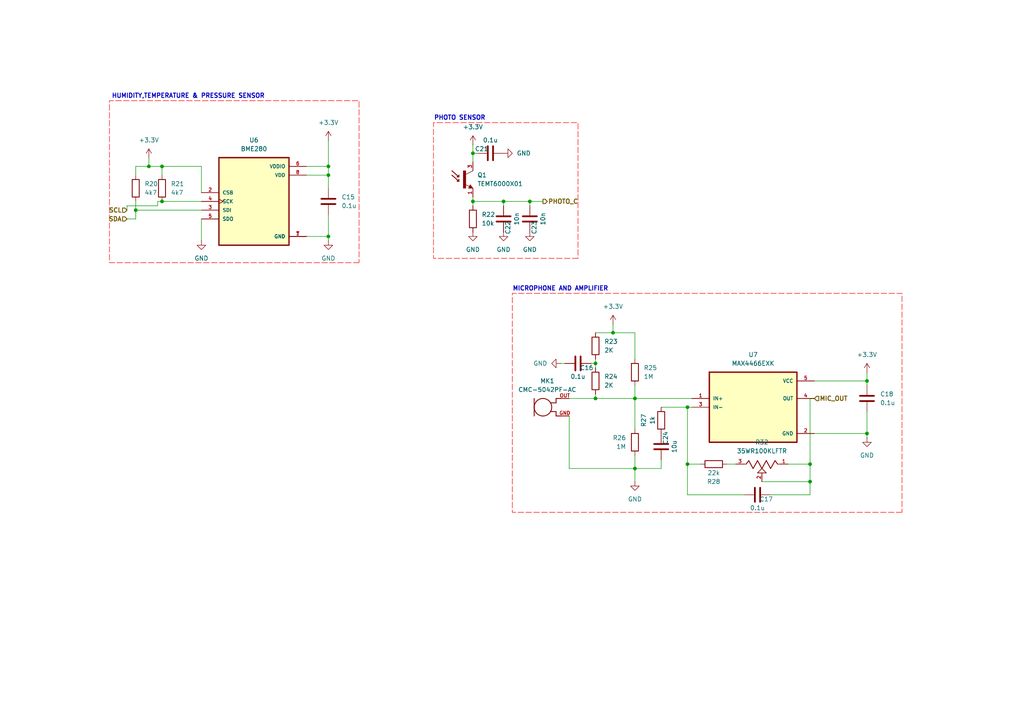
<source format=kicad_sch>
(kicad_sch (version 20250114) (generator "eeschema") (generator_version "9.0")
  (paper "A4")
  (lib_symbols
    (symbol "35WR100KLFTR:35WR100KLFTR" (pin_names (offset 1.016))
      (property "Reference" "R" (at -5.08 5.08 0))
      (property "Value" "35WR100KLFTR" (at -5.08 2.54 0))
      (symbol "35WR100KLFTR_0_0"
        (polyline (pts (xy -5.08 0) (xy -4.572 0)) (stroke (width 0.1524)))
        (polyline (pts (xy -4.572 0) (xy -3.81 1.016)) (stroke (width 0.254)))
        (polyline (pts (xy -3.81 1.016) (xy -2.54 -1.27)) (stroke (width 0.254)))
        (polyline (pts (xy -2.54 -1.27) (xy -1.27 1.016)) (stroke (width 0.254)))
        (polyline (pts (xy -1.27 1.016) (xy 0 -1.27)) (stroke (width 0.254)))
        (polyline (pts (xy -1.27 -2.54) (xy 0 -1.27)) (stroke (width 0.2032)))
        (polyline (pts (xy 0 -1.27) (xy 1.27 1.016)) (stroke (width 0.254)))
        (polyline (pts (xy 0 -1.27) (xy 1.27 -2.54)) (stroke (width 0.2032)))
        (polyline (pts (xy 1.27 1.016) (xy 2.54 -1.27)) (stroke (width 0.254)))
        (polyline (pts (xy 1.27 -2.54) (xy -1.27 -2.54)) (stroke (width 0.2032)))
        (polyline (pts (xy 2.54 -1.27) (xy 3.81 1.016)) (stroke (width 0.254)))
        (polyline (pts (xy 3.81 1.016) (xy 4.572 0)) (stroke (width 0.254)))
        (polyline (pts (xy 4.572 0) (xy 5.08 0)) (stroke (width 0.1524)))
        (pin passive line (at -7.62 0 0) (length 2.54) (name "~") (number "1"))
        (pin passive line (at 0 -5.08 90) (length 2.54) (name "~") (number "2"))
        (pin passive line (at 7.62 0 180) (length 2.54) (name "~") (number "3"))
      )
    )
    (symbol "BME280:BME280" (pin_names (offset 1.016))
      (property "Reference" "U" (at -10.1662 13.3431 0))
      (property "Value" "BME280" (at -10.1683 -15.2524 0))
      (symbol "BME280_0_0"
        (rectangle (start -10.16 -12.7) (end 10.16 12.7) (stroke (width 0.4064)) (fill (type background)))
        (pin input line (at -15.24 2.54 0) (length 5.08) (name "CSB") (number "2"))
        (pin input clock (at -15.24 0 0) (length 5.08) (name "SCK") (number "4"))
        (pin bidirectional line (at -15.24 -2.54 0) (length 5.08) (name "SDI") (number "3"))
        (pin bidirectional line (at -15.24 -5.08 0) (length 5.08) (name "SDO") (number "5"))
        (pin power_in line (at 15.24 10.16 180) (length 5.08) (name "VDDIO") (number "6"))
        (pin power_in line (at 15.24 7.62 180) (length 5.08) (name "VDD") (number "8"))
        (pin power_in line (at 15.24 -10.16 180) (length 5.08) (name "GND") (number "1"))
        (pin power_in line (at 15.24 -10.16 180) (length 5.08) (name "GND") (number "7"))
      )
    )
    (symbol "CMC-5042PF-AC:CMC-5042PF-AC" (pin_names (offset 1.016))
      (property "Reference" "MK" (at -2.5424 5.0848 0))
      (property "Value" "CMC-5042PF-AC" (at -2.5442 -6.3606 0))
      (symbol "CMC-5042PF-AC_0_0"
        (polyline (pts (xy -2.54 2.54) (xy -2.54 -2.54)) (stroke (width 0.254)))
        (circle (center 0 0) (radius 2.54) (stroke (width 0.254)))
        (polyline (pts (xy 3.81 2.54) (xy 3.81 1.27)) (stroke (width 0.254)))
        (polyline (pts (xy 3.81 1.27) (xy 2.2352 1.27)) (stroke (width 0.254)))
        (polyline (pts (xy 3.81 -1.27) (xy 2.2352 -1.27)) (stroke (width 0.254)))
        (polyline (pts (xy 3.81 -2.54) (xy 3.81 -1.27)) (stroke (width 0.254)))
        (polyline (pts (xy 5.08 2.54) (xy 3.81 2.54)) (stroke (width 0.254)))
        (polyline (pts (xy 5.08 -2.54) (xy 3.81 -2.54)) (stroke (width 0.254)))
        (pin output line (at 7.62 2.54 180) (length 2.54) (name "~") (number "OUT"))
        (pin power_in line (at 7.62 -2.54 180) (length 2.54) (name "~") (number "GND"))
      )
    )
    (symbol "Device:C" (pin_numbers (hide yes)) (pin_names (offset 0.254))
      (property "Reference" "C" (at 0.635 2.54 0))
      (property "Value" "C" (at 0.635 -2.54 0))
      (symbol "C_0_1"
        (polyline (pts (xy -2.032 0.762) (xy 2.032 0.762)) (stroke (width 0.508)))
        (polyline (pts (xy -2.032 -0.762) (xy 2.032 -0.762)) (stroke (width 0.508)))
      )
      (symbol "C_1_1"
        (pin passive line (at 0 3.81 270) (length 2.794) (name "~") (number "1"))
        (pin passive line (at 0 -3.81 90) (length 2.794) (name "~") (number "2"))
      )
    )
    (symbol "Device:R" (pin_numbers (hide yes)) (pin_names (offset 0))
      (property "Reference" "R" (at 2.032 0 90))
      (property "Value" "R" (at 0 0 90))
      (symbol "R_0_1"
        (rectangle (start -1.016 -2.54) (end 1.016 2.54) (stroke (width 0.254)))
      )
      (symbol "R_1_1"
        (pin passive line (at 0 3.81 270) (length 1.27) (name "~") (number "1"))
        (pin passive line (at 0 -3.81 90) (length 1.27) (name "~") (number "2"))
      )
    )
    (symbol "MAX4466EXK:MAX4466EXK" (pin_names (offset 1.016))
      (property "Reference" "U" (at -12.7 11.16 0))
      (property "Value" "MAX4466EXK" (at -12.7 -14.16 0))
      (symbol "MAX4466EXK_0_0"
        (rectangle (start -12.7 -10.16) (end 12.7 10.16) (stroke (width 0.41)) (fill (type background)))
        (pin input line (at -17.78 2.54 0) (length 5.08) (name "IN+") (number "1"))
        (pin input line (at -17.78 0 0) (length 5.08) (name "IN-") (number "3"))
        (pin power_in line (at 17.78 7.62 180) (length 5.08) (name "VCC") (number "5"))
        (pin output line (at 17.78 2.54 180) (length 5.08) (name "OUT") (number "4"))
        (pin power_in line (at 17.78 -7.62 180) (length 5.08) (name "GND") (number "2"))
      )
    )
    (symbol "TEMT6000X01:TEMT6000X01" (pin_names (offset 1.016))
      (property "Reference" "Q" (at 5.0999 0 0))
      (property "Value" "TEMT6000X01" (at 5.0887 -2.5444 0))
      (symbol "TEMT6000X01_0_0"
        (polyline (pts (xy -3.556 2.54) (xy -1.524 0.762)) (stroke (width 0.254)))
        (polyline (pts (xy -3.556 1.27) (xy -1.524 -0.508)) (stroke (width 0.254)))
        (polyline (pts (xy -2.032 0.762) (xy -1.524 1.27)) (stroke (width 0.254)))
        (polyline (pts (xy -2.032 -0.508) (xy -1.524 0)) (stroke (width 0.254)))
        (polyline (pts (xy -1.524 1.27) (xy -1.524 0.762)) (stroke (width 0.254)))
        (polyline (pts (xy -1.524 0.762) (xy -2.032 0.762)) (stroke (width 0.254)))
        (polyline (pts (xy -1.524 0) (xy -1.524 -0.508)) (stroke (width 0.254)))
        (polyline (pts (xy -1.524 -0.508) (xy -2.032 -0.508)) (stroke (width 0.254)))
        (rectangle (start -0.2547 -2.5468) (end 0.508 2.54) (stroke (width 0.1)) (fill (type outline)))
        (polyline (pts (xy 1.27 -2.54) (xy 1.778 -1.524)) (stroke (width 0.1524)))
        (polyline (pts (xy 1.524 -2.286) (xy 1.905 -2.286)) (stroke (width 0.254)))
        (polyline (pts (xy 1.524 -2.413) (xy 2.286 -2.413)) (stroke (width 0.254)))
        (polyline (pts (xy 1.54 -2.04) (xy 0.308 -1.424)) (stroke (width 0.1524)))
        (polyline (pts (xy 1.778 -1.524) (xy 2.54 -2.54)) (stroke (width 0.1524)))
        (polyline (pts (xy 1.778 -1.778) (xy 1.524 -2.286)) (stroke (width 0.254)))
        (polyline (pts (xy 1.905 -2.286) (xy 1.778 -2.032)) (stroke (width 0.254)))
        (polyline (pts (xy 2.286 -2.413) (xy 1.778 -1.778)) (stroke (width 0.254)))
        (polyline (pts (xy 2.54 2.54) (xy 0.508 1.524)) (stroke (width 0.1524)))
        (polyline (pts (xy 2.54 -2.54) (xy 1.27 -2.54)) (stroke (width 0.1524)))
        (pin passive line (at 2.54 5.08 270) (length 2.54) (name "~") (number "3"))
        (pin passive line (at 2.54 -5.08 90) (length 2.54) (name "~") (number "1"))
      )
    )
    (symbol "power:+3.3V" (power) (pin_numbers (hide yes)) (pin_names (offset 0) (hide yes))
      (property "Value" "+3.3V" (at 0 3.556 0))
      (symbol "+3.3V_0_1"
        (polyline (pts (xy -0.762 1.27) (xy 0 2.54)))
        (polyline (pts (xy 0 2.54) (xy 0.762 1.27)))
        (polyline (pts (xy 0 0) (xy 0 2.54)))
      )
      (symbol "+3.3V_1_1"
        (pin power_in line (at 0 0 90) (length 0) (name "~") (number "1"))
      )
    )
    (symbol "power:GND" (power) (pin_numbers (hide yes)) (pin_names (offset 0) (hide yes))
      (property "Value" "GND" (at 0 -3.81 0))
      (symbol "GND_0_1"
        (polyline (pts (xy 0 0) (xy 0 -1.27) (xy 1.27 -1.27) (xy 0 -2.54) (xy -1.27 -1.27) (xy 0 -1.27)))
      )
      (symbol "GND_1_1"
        (pin power_in line (at 0 0 270) (length 0) (name "~") (number "1"))
      )
    )
  )
  (text "MICROPHONE AND AMPLIFIER" (at 162.56 83.82 0) (effects (font (size 1.27 1.27) (thickness 0.254) (bold yes))))
  (text "HUMIDITY,TEMPERATURE & PRESSURE SENSOR" (at 54.61 27.94 0) (effects (font (size 1.27 1.27) (thickness 0.254) (bold yes))))
  (text "PHOTO SENSOR" (at 133.35 34.29 0) (effects (font (size 1.27 1.27) (thickness 0.254) (bold yes))))
  (junction (at 95.25 50.8))
  (junction (at 199.39 118.11))
  (junction (at 95.25 48.26))
  (junction (at 234.95 134.62))
  (junction (at 234.95 139.7))
  (junction (at 184.15 135.89))
  (junction (at 172.72 115.57))
  (junction (at 46.99 58.42))
  (junction (at 137.16 58.42))
  (junction (at 153.67 58.42))
  (junction (at 184.15 115.57))
  (junction (at 199.39 134.62))
  (junction (at 251.46 110.49))
  (junction (at 39.37 60.96))
  (junction (at 172.72 105.41))
  (junction (at 43.18 48.26))
  (junction (at 137.16 44.45))
  (junction (at 46.99 48.26))
  (junction (at 95.25 68.58))
  (junction (at 177.8 96.52))
  (junction (at 146.05 58.42))
  (junction (at 251.46 125.73))
  (wire (pts (xy 234.95 143.51) (xy 234.95 139.7)))
  (wire (pts (xy 146.05 58.42) (xy 146.05 59.69)))
  (wire (pts (xy 199.39 143.51) (xy 199.39 134.62)))
  (wire (pts (xy 236.22 110.49) (xy 251.46 110.49)))
  (wire (pts (xy 171.45 105.41) (xy 172.72 105.41)))
  (wire (pts (xy 46.99 48.26) (xy 46.99 50.8)))
  (wire (pts (xy 45.72 59.69) (xy 45.72 58.42)))
  (wire (pts (xy 88.9 50.8) (xy 95.25 50.8)))
  (wire (pts (xy 36.83 59.69) (xy 45.72 59.69)))
  (wire (pts (xy 137.16 57.15) (xy 137.16 58.42)))
  (wire (pts (xy 39.37 58.42) (xy 39.37 60.96)))
  (wire (pts (xy 58.42 48.26) (xy 46.99 48.26)))
  (wire (pts (xy 39.37 60.96) (xy 58.42 60.96)))
  (wire (pts (xy 199.39 118.11) (xy 199.39 134.62)))
  (wire (pts (xy 184.15 115.57) (xy 200.66 115.57)))
  (wire (pts (xy 236.22 125.73) (xy 251.46 125.73)))
  (wire (pts (xy 199.39 118.11) (xy 200.66 118.11)))
  (wire (pts (xy 177.8 93.98) (xy 177.8 96.52)))
  (wire (pts (xy 184.15 115.57) (xy 184.15 124.46)))
  (wire (pts (xy 191.77 135.89) (xy 184.15 135.89)))
  (wire (pts (xy 95.25 48.26) (xy 95.25 50.8)))
  (wire (pts (xy 184.15 135.89) (xy 165.1 135.89)))
  (wire (pts (xy 251.46 110.49) (xy 251.46 111.76)))
  (wire (pts (xy 43.18 45.72) (xy 43.18 48.26)))
  (wire (pts (xy 251.46 119.38) (xy 251.46 125.73)))
  (wire (pts (xy 165.1 135.89) (xy 165.1 120.65)))
  (wire (pts (xy 153.67 58.42) (xy 153.67 59.69)))
  (wire (pts (xy 137.16 41.91) (xy 137.16 44.45)))
  (wire (pts (xy 220.98 139.7) (xy 234.95 139.7)))
  (wire (pts (xy 58.42 55.88) (xy 58.42 48.26)))
  (wire (pts (xy 36.83 63.5) (xy 39.37 63.5)))
  (wire (pts (xy 210.82 134.62) (xy 213.36 134.62)))
  (wire (pts (xy 45.72 58.42) (xy 46.99 58.42)))
  (wire (pts (xy 184.15 96.52) (xy 184.15 104.14)))
  (wire (pts (xy 184.15 132.08) (xy 184.15 135.89)))
  (wire (pts (xy 191.77 133.35) (xy 191.77 135.89)))
  (wire (pts (xy 223.52 143.51) (xy 234.95 143.51)))
  (wire (pts (xy 191.77 118.11) (xy 199.39 118.11)))
  (wire (pts (xy 177.8 96.52) (xy 184.15 96.52)))
  (wire (pts (xy 172.72 104.14) (xy 172.72 105.41)))
  (wire (pts (xy 58.42 63.5) (xy 58.42 69.85)))
  (wire (pts (xy 95.25 62.23) (xy 95.25 68.58)))
  (wire (pts (xy 88.9 68.58) (xy 95.25 68.58)))
  (wire (pts (xy 215.9 143.51) (xy 199.39 143.51)))
  (wire (pts (xy 228.6 134.62) (xy 234.95 134.62)))
  (wire (pts (xy 39.37 63.5) (xy 39.37 60.96)))
  (wire (pts (xy 234.95 139.7) (xy 234.95 134.62)))
  (wire (pts (xy 234.95 134.62) (xy 234.95 115.57)))
  (wire (pts (xy 36.83 60.96) (xy 36.83 59.69)))
  (wire (pts (xy 46.99 58.42) (xy 58.42 58.42)))
  (wire (pts (xy 137.16 44.45) (xy 137.16 46.99)))
  (wire (pts (xy 95.25 68.58) (xy 95.25 69.85)))
  (wire (pts (xy 137.16 44.45) (xy 138.43 44.45)))
  (wire (pts (xy 95.25 40.64) (xy 95.25 48.26)))
  (wire (pts (xy 172.72 115.57) (xy 184.15 115.57)))
  (wire (pts (xy 162.56 105.41) (xy 163.83 105.41)))
  (wire (pts (xy 199.39 134.62) (xy 203.2 134.62)))
  (wire (pts (xy 137.16 58.42) (xy 137.16 59.69)))
  (wire (pts (xy 39.37 48.26) (xy 43.18 48.26)))
  (wire (pts (xy 251.46 107.95) (xy 251.46 110.49)))
  (wire (pts (xy 95.25 50.8) (xy 95.25 54.61)))
  (wire (pts (xy 43.18 48.26) (xy 46.99 48.26)))
  (wire (pts (xy 184.15 111.76) (xy 184.15 115.57)))
  (wire (pts (xy 153.67 58.42) (xy 157.48 58.42)))
  (wire (pts (xy 184.15 139.7) (xy 184.15 135.89)))
  (wire (pts (xy 172.72 96.52) (xy 177.8 96.52)))
  (wire (pts (xy 137.16 58.42) (xy 146.05 58.42)))
  (wire (pts (xy 234.95 115.57) (xy 236.22 115.57)))
  (wire (pts (xy 251.46 125.73) (xy 251.46 127)))
  (wire (pts (xy 172.72 105.41) (xy 172.72 106.68)))
  (wire (pts (xy 146.05 58.42) (xy 153.67 58.42)))
  (wire (pts (xy 165.1 115.57) (xy 172.72 115.57)))
  (wire (pts (xy 88.9 48.26) (xy 95.25 48.26)))
  (wire (pts (xy 39.37 50.8) (xy 39.37 48.26)))
  (wire (pts (xy 172.72 114.3) (xy 172.72 115.57)))
  (hierarchical_label "PHOTO_C" (shape output) (at 157.48 58.42 0) (effects (font (thickness 0.254) (bold yes))))
  (hierarchical_label "MIC_OUT" (shape input) (at 236.22 115.57 0) (effects (font (thickness 0.254) (bold yes))))
  (hierarchical_label "SCL" (shape input) (at 36.83 60.96 180) (effects (font (thickness 0.254) (bold yes))))
  (hierarchical_label "SDA" (shape input) (at 36.83 63.5 180) (effects (font (thickness 0.254) (bold yes))))
  (rule_area (polyline (pts (xy 167.64 74.93) (xy 125.73 74.93) (xy 125.73 35.56) (xy 167.64 35.56)) (stroke (width 0) (type dash))))
  (rule_area (polyline (pts (xy 104.14 76.2) (xy 31.75 76.2) (xy 31.75 29.21) (xy 104.14 29.21)) (stroke (width 0) (type dash))))
  (rule_area (polyline (pts (xy 261.62 148.59) (xy 148.59 148.59) (xy 148.59 85.09) (xy 261.62 85.09)) (stroke (width 0) (type dash))))
  (symbol (lib_id "Device:C") (at 142.24 44.45 270) (unit 1)
    (property "Reference" "C21" (at 139.7 43.18 90))
    (property "Value" "0.1u" (at 142.24 40.64 90))
    (property "Footprint" "Capacitor_SMD:C_0805_2012Metric" (effects (hide yes)))
    (property "Description" "Unpolarized capacitor" (effects (hide yes)))
  )
  (symbol (lib_id "Device:C") (at 219.71 143.51 90) (unit 1)
    (property "Reference" "C17" (at 222.25 144.78 90))
    (property "Value" "0.1u" (at 219.71 147.32 90))
    (property "Footprint" "Capacitor_SMD:C_0805_2012Metric" (effects (hide yes)))
    (property "Description" "Unpolarized capacitor" (effects (hide yes)))
  )
  (symbol (lib_id "power:GND") (at 95.25 69.85 0) (unit 1)
    (property "Reference" "#PWR049" (effects (hide yes)))
    (property "Value" "GND" (at 95.25 74.93 0))
    (property "Description" "Power symbol creates a global label with name \"GND\" , ground" (effects (hide yes)))
  )
  (symbol (lib_id "BME280:BME280") (at 73.66 58.42 0) (unit 1)
    (property "Reference" "U6" (at 73.66 40.64 0))
    (property "Value" "BME280" (at 73.66 43.18 0))
    (property "Footprint" "ESP32_Footprints:PSON65P250X250X100-8N" (effects (hide yes)))
    (property "MF" "Bosch" (effects (hide yes)))
    (property "DESCRIPTION" "Integrated pressure, humidity and temperature sensor; 8-pin 2.5x2.5x0.93mm LGA" (effects (hide yes)))
    (property "PACKAGE" "LGA-8 Bosch" (effects (hide yes)))
    (property "PRICE" "4.94 USD" (effects (hide yes)))
    (property "Package" "LGA-8 Bosch" (effects (hide yes)))
    (property "Check_prices" "https://www.snapeda.com/parts/BME280/Bosch+Sensortec/view-part/?ref=eda" (effects (hide yes)))
    (property "STANDARD" "IPC-7351B" (effects (hide yes)))
    (property "SnapEDA_Link" "https://www.snapeda.com/parts/BME280/Bosch+Sensortec/view-part/?ref=snap" (effects (hide yes)))
    (property "MP" "BME280" (effects (hide yes)))
    (property "Price" "None" (effects (hide yes)))
    (property "Availability" "In Stock" (effects (hide yes)))
    (property "AVAILABILITY" "Good" (effects (hide yes)))
    (property "Description_1" "Board Mount Humidity Sensors MEMS humidity, pressure and temperature sensor" (effects (hide yes)))
  )
  (symbol (lib_id "Device:C") (at 153.67 63.5 0) (mirror y) (unit 1)
    (property "Reference" "C23" (at 154.94 66.04 90))
    (property "Value" "10n" (at 157.48 63.5 90))
    (property "Footprint" "Capacitor_SMD:C_0805_2012Metric" (effects (hide yes)))
    (property "Description" "Unpolarized capacitor" (effects (hide yes)))
  )
  (symbol (lib_id "power:GND") (at 153.67 67.31 0) (unit 1)
    (property "Reference" "#PWR058" (effects (hide yes)))
    (property "Value" "GND" (at 153.67 72.39 0))
    (property "Description" "Power symbol creates a global label with name \"GND\" , ground" (effects (hide yes)))
  )
  (symbol (lib_id "MAX4466EXK:MAX4466EXK") (at 218.44 118.11 0) (unit 1)
    (property "Reference" "U7" (at 218.44 102.87 0))
    (property "Value" "MAX4466EXK" (at 218.44 105.41 0))
    (property "Footprint" "ESP32_Footprints:SOT65P210X110-5N" (effects (hide yes)))
    (property "MF" "Analog Devices" (effects (hide yes)))
    (property "Description_1" "Amplifier IC 1-Channel (Mono) Class AB SC-70-5" (effects (hide yes)))
    (property "Package" "SC-70-5 Maxim" (effects (hide yes)))
    (property "Price" "None" (effects (hide yes)))
    (property "SnapEDA_Link" "https://www.snapeda.com/parts/MAX4466EXK/Analog+Devices/view-part/?ref=snap" (effects (hide yes)))
    (property "MP" "MAX4466EXK" (effects (hide yes)))
    (property "Availability" "In Stock" (effects (hide yes)))
    (property "Check_prices" "https://www.snapeda.com/parts/MAX4466EXK/Analog+Devices/view-part/?ref=eda" (effects (hide yes)))
  )
  (symbol (lib_id "Device:R") (at 172.72 110.49 0) (unit 1)
    (property "Reference" "R24" (at 175.26 109.2199 0) (effects (justify left)))
    (property "Value" "2K" (at 175.26 111.7599 0) (effects (justify left)))
    (property "Footprint" "Resistor_SMD:R_0805_2012Metric" (effects (hide yes)))
    (property "Description" "Resistor" (effects (hide yes)))
  )
  (symbol (lib_id "power:GND") (at 58.42 69.85 0) (unit 1)
    (property "Reference" "#PWR047" (effects (hide yes)))
    (property "Value" "GND" (at 58.42 74.93 0))
    (property "Description" "Power symbol creates a global label with name \"GND\" , ground" (effects (hide yes)))
  )
  (symbol (lib_id "power:GND") (at 146.05 67.31 0) (unit 1)
    (property "Reference" "#PWR057" (effects (hide yes)))
    (property "Value" "GND" (at 146.05 72.39 0))
    (property "Description" "Power symbol creates a global label with name \"GND\" , ground" (effects (hide yes)))
  )
  (symbol (lib_id "Device:R") (at 191.77 121.92 180) (unit 1)
    (property "Reference" "R27" (at 186.69 121.92 90))
    (property "Value" "1k" (at 189.23 121.92 90))
    (property "Footprint" "Resistor_SMD:R_0805_2012Metric" (effects (hide yes)))
    (property "Description" "Resistor" (effects (hide yes)))
  )
  (symbol (lib_id "35WR100KLFTR:35WR100KLFTR") (at 220.98 134.62 0) (mirror y) (unit 1)
    (property "Reference" "R32" (at 220.98 128.27 0))
    (property "Value" "35WR100KLFTR" (at 220.98 130.81 0))
    (property "Footprint" "Potentiometer_THT:Potentiometer_Bourns_3296W_Vertical" (effects (hide yes)))
    (property "MF" "TT Electronics/BI" (effects (hide yes)))
    (property "MAXIMUM_PACKAGE_HEIGHT" "1.8mm" (effects (hide yes)))
    (property "Package" "TT Electronics/BI" (effects (hide yes)))
    (property "Price" "None" (effects (hide yes)))
    (property "Check_prices" "https://www.snapeda.com/parts/35WR100KLFTR/TT/view-part/?ref=eda" (effects (hide yes)))
    (property "STANDARD" "Manufacturer Recommendations" (effects (hide yes)))
    (property "PARTREV" "D" (effects (hide yes)))
    (property "SnapEDA_Link" "https://www.snapeda.com/parts/35WR100KLFTR/TT/view-part/?ref=snap" (effects (hide yes)))
    (property "MP" "35WR100KLFTR" (effects (hide yes)))
    (property "Description_1" "100 kOhms 0.1W, 1/10W - Surface Mount Trimmer Potentiometer Cermet 1.0 Turn Top Adjustment" (effects (hide yes)))
    (property "Availability" "In Stock" (effects (hide yes)))
    (property "MANUFACTURER" "TT Electronics/BI" (effects (hide yes)))
  )
  (symbol (lib_id "power:GND") (at 137.16 67.31 0) (unit 1)
    (property "Reference" "#PWR050" (effects (hide yes)))
    (property "Value" "GND" (at 137.16 72.39 0))
    (property "Description" "Power symbol creates a global label with name \"GND\" , ground" (effects (hide yes)))
  )
  (symbol (lib_id "Device:R") (at 184.15 128.27 0) (mirror y) (unit 1)
    (property "Reference" "R26" (at 181.61 126.9999 0) (effects (justify left)))
    (property "Value" "1M" (at 181.61 129.5399 0) (effects (justify left)))
    (property "Footprint" "Resistor_SMD:R_0805_2012Metric" (effects (hide yes)))
    (property "Description" "Resistor" (effects (hide yes)))
  )
  (symbol (lib_id "CMC-5042PF-AC:CMC-5042PF-AC") (at 157.48 118.11 0) (unit 1)
    (property "Reference" "MK1" (at 158.75 110.49 0))
    (property "Value" "CMC-5042PF-AC" (at 158.75 113.03 0))
    (property "Footprint" "ESP32_Footprints:CUI_CMC-5042PF-AC" (effects (hide yes)))
    (property "MF" "Same Sky" (effects (hide yes)))
    (property "Description_1" "6.0 mm, Omnidirectional, PCB Mount, 2.0 Vdc, Electret Condenser Microphone" (effects (hide yes)))
    (property "Package" "None" (effects (hide yes)))
    (property "Price" "None" (effects (hide yes)))
    (property "Check_prices" "https://www.snapeda.com/parts/CMC-5042PF-AC/Same+Sky/view-part/?ref=eda" (effects (hide yes)))
    (property "STANDARD" "Manufacturer recommendations" (effects (hide yes)))
    (property "SnapEDA_Link" "https://www.snapeda.com/parts/CMC-5042PF-AC/Same+Sky/view-part/?ref=snap" (effects (hide yes)))
    (property "MP" "CMC-5042PF-AC" (effects (hide yes)))
    (property "Availability" "In Stock" (effects (hide yes)))
    (property "MANUFACTURER" "CUI INC" (effects (hide yes)))
  )
  (symbol (lib_id "power:GND") (at 184.15 139.7 0) (unit 1)
    (property "Reference" "#PWR054" (effects (hide yes)))
    (property "Value" "GND" (at 184.15 144.78 0))
    (property "Description" "Power symbol creates a global label with name \"GND\" , ground" (effects (hide yes)))
  )
  (symbol (lib_id "Device:C") (at 251.46 115.57 0) (unit 1)
    (property "Reference" "C18" (at 255.27 114.2999 0) (effects (justify left)))
    (property "Value" "0.1u" (at 255.27 116.8399 0) (effects (justify left)))
    (property "Footprint" "Capacitor_SMD:C_0805_2012Metric" (effects (hide yes)))
    (property "Description" "Unpolarized capacitor" (effects (hide yes)))
  )
  (symbol (lib_id "Device:C") (at 95.25 58.42 0) (unit 1)
    (property "Reference" "C15" (at 99.06 57.1499 0) (effects (justify left)))
    (property "Value" "0.1u" (at 99.06 59.6899 0) (effects (justify left)))
    (property "Footprint" "Capacitor_SMD:C_0805_2012Metric" (effects (hide yes)))
    (property "Description" "Unpolarized capacitor" (effects (hide yes)))
  )
  (symbol (lib_id "power:+3.3V") (at 43.18 45.72 0) (unit 1)
    (property "Reference" "#PWR046" (effects (hide yes)))
    (property "Value" "+3.3V" (at 43.18 40.64 0))
    (property "Description" "Power symbol creates a global label with name \"+3.3V\"" (effects (hide yes)))
  )
  (symbol (lib_id "Device:R") (at 207.01 134.62 270) (unit 1)
    (property "Reference" "R28" (at 207.01 139.7 90))
    (property "Value" "22k" (at 207.01 137.16 90))
    (property "Footprint" "Resistor_SMD:R_0805_2012Metric" (effects (hide yes)))
    (property "Description" "Resistor" (effects (hide yes)))
  )
  (symbol (lib_id "power:+3.3V") (at 137.16 41.91 0) (unit 1)
    (property "Reference" "#PWR051" (effects (hide yes)))
    (property "Value" "+3.3V" (at 137.16 36.83 0))
    (property "Description" "Power symbol creates a global label with name \"+3.3V\"" (effects (hide yes)))
  )
  (symbol (lib_id "Device:C") (at 146.05 63.5 0) (mirror y) (unit 1)
    (property "Reference" "C22" (at 147.32 66.04 90))
    (property "Value" "10n" (at 149.86 63.5 90))
    (property "Footprint" "Capacitor_SMD:C_0805_2012Metric" (effects (hide yes)))
    (property "Description" "Unpolarized capacitor" (effects (hide yes)))
  )
  (symbol (lib_id "Device:C") (at 167.64 105.41 90) (unit 1)
    (property "Reference" "C16" (at 170.18 106.68 90))
    (property "Value" "0.1u" (at 167.64 109.22 90))
    (property "Footprint" "Capacitor_SMD:C_0805_2012Metric" (effects (hide yes)))
    (property "Description" "Unpolarized capacitor" (effects (hide yes)))
  )
  (symbol (lib_id "TEMT6000X01:TEMT6000X01") (at 134.62 52.07 0) (unit 1)
    (property "Reference" "Q1" (at 138.43 50.7745 0) (effects (justify left)))
    (property "Value" "TEMT6000X01" (at 138.43 53.3145 0) (effects (justify left)))
    (property "Footprint" "ESP32_Footprints:TRANS_TEMT6000X01" (effects (hide yes)))
    (property "MF" "Vishay Semiconductor" (effects (hide yes)))
    (property "Description_1" "Phototransistors 570nm Top View 1206 (3216 Metric)" (effects (hide yes)))
    (property "Package" "1206 Vishay" (effects (hide yes)))
    (property "Price" "None" (effects (hide yes)))
    (property "Check_prices" "https://www.snapeda.com/parts/TEMT6000X01/Vishay+Semiconductor+Opto+Division/view-part/?ref=eda" (effects (hide yes)))
    (property "STANDARD" "Manufacturer Recommendations" (effects (hide yes)))
    (property "PARTREV" "1.9" (effects (hide yes)))
    (property "SnapEDA_Link" "https://www.snapeda.com/parts/TEMT6000X01/Vishay+Semiconductor+Opto+Division/view-part/?ref=snap" (effects (hide yes)))
    (property "MP" "TEMT6000X01" (effects (hide yes)))
    (property "Availability" "In Stock" (effects (hide yes)))
    (property "MANUFACTURER" "VISHAY" (effects (hide yes)))
  )
  (symbol (lib_id "power:+3.3V") (at 177.8 93.98 0) (unit 1)
    (property "Reference" "#PWR053" (effects (hide yes)))
    (property "Value" "+3.3V" (at 177.8 88.9 0))
    (property "Description" "Power symbol creates a global label with name \"+3.3V\"" (effects (hide yes)))
  )
  (symbol (lib_id "Device:R") (at 137.16 63.5 0) (unit 1)
    (property "Reference" "R22" (at 139.7 62.2299 0) (effects (justify left)))
    (property "Value" "10k" (at 139.7 64.7699 0) (effects (justify left)))
    (property "Footprint" "Resistor_SMD:R_0805_2012Metric" (effects (hide yes)))
    (property "Description" "Resistor" (effects (hide yes)))
  )
  (symbol (lib_id "Device:C") (at 191.77 129.54 180) (unit 1)
    (property "Reference" "C24" (at 193.04 127 90))
    (property "Value" "10u" (at 195.58 129.54 90))
    (property "Footprint" "Capacitor_SMD:C_0805_2012Metric" (effects (hide yes)))
    (property "Description" "Unpolarized capacitor" (effects (hide yes)))
  )
  (symbol (lib_id "Device:R") (at 172.72 100.33 0) (unit 1)
    (property "Reference" "R23" (at 175.26 99.0599 0) (effects (justify left)))
    (property "Value" "2K" (at 175.26 101.5999 0) (effects (justify left)))
    (property "Footprint" "Resistor_SMD:R_0805_2012Metric" (effects (hide yes)))
    (property "Description" "Resistor" (effects (hide yes)))
  )
  (symbol (lib_id "Device:R") (at 46.99 54.61 0) (unit 1)
    (property "Reference" "R21" (at 49.53 53.3399 0) (effects (justify left)))
    (property "Value" "4k7" (at 49.53 55.8799 0) (effects (justify left)))
    (property "Footprint" "Resistor_SMD:R_0805_2012Metric" (effects (hide yes)))
    (property "Description" "Resistor" (effects (hide yes)))
  )
  (symbol (lib_id "power:GND") (at 146.05 44.45 90) (unit 1)
    (property "Reference" "#PWR045" (effects (hide yes)))
    (property "Value" "GND" (at 149.86 44.4499 90) (effects (justify right)))
    (property "Description" "Power symbol creates a global label with name \"GND\" , ground" (effects (hide yes)))
  )
  (symbol (lib_id "power:+3.3V") (at 95.25 40.64 0) (unit 1)
    (property "Reference" "#PWR048" (effects (hide yes)))
    (property "Value" "+3.3V" (at 95.25 35.56 0))
    (property "Description" "Power symbol creates a global label with name \"+3.3V\"" (effects (hide yes)))
  )
  (symbol (lib_id "Device:R") (at 184.15 107.95 0) (unit 1)
    (property "Reference" "R25" (at 186.69 106.6799 0) (effects (justify left)))
    (property "Value" "1M" (at 186.69 109.2199 0) (effects (justify left)))
    (property "Footprint" "Resistor_SMD:R_0805_2012Metric" (effects (hide yes)))
    (property "Description" "Resistor" (effects (hide yes)))
  )
  (symbol (lib_id "power:+3.3V") (at 251.46 107.95 0) (unit 1)
    (property "Reference" "#PWR055" (effects (hide yes)))
    (property "Value" "+3.3V" (at 251.46 102.87 0))
    (property "Description" "Power symbol creates a global label with name \"+3.3V\"" (effects (hide yes)))
  )
  (symbol (lib_id "Device:R") (at 39.37 54.61 0) (unit 1)
    (property "Reference" "R20" (at 41.91 53.3399 0) (effects (justify left)))
    (property "Value" "4k7" (at 41.91 55.8799 0) (effects (justify left)))
    (property "Footprint" "Resistor_SMD:R_0805_2012Metric" (effects (hide yes)))
    (property "Description" "Resistor" (effects (hide yes)))
  )
  (symbol (lib_id "power:GND") (at 251.46 127 0) (unit 1)
    (property "Reference" "#PWR056" (effects (hide yes)))
    (property "Value" "GND" (at 251.46 132.08 0))
    (property "Description" "Power symbol creates a global label with name \"GND\" , ground" (effects (hide yes)))
  )
  (symbol (lib_id "power:GND") (at 162.56 105.41 270) (unit 1)
    (property "Reference" "#PWR052" (effects (hide yes)))
    (property "Value" "GND" (at 158.75 105.4099 90) (effects (justify right)))
    (property "Description" "Power symbol creates a global label with name \"GND\" , ground" (effects (hide yes)))
  )
)
</source>
